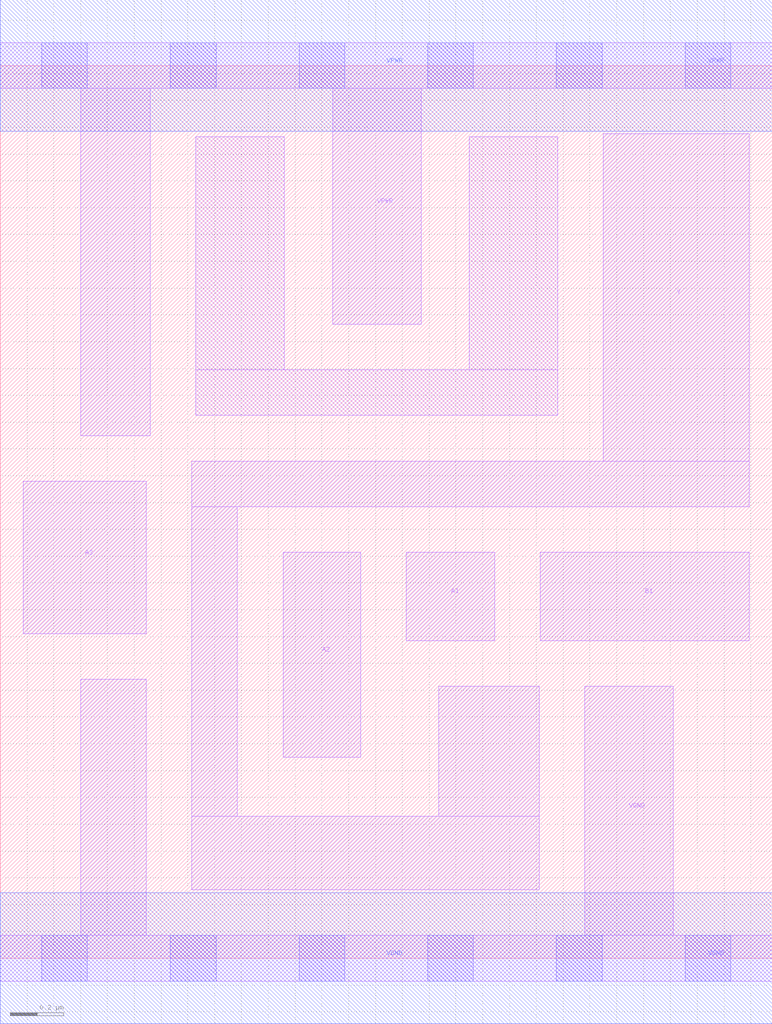
<source format=lef>
# Copyright 2020 The SkyWater PDK Authors
#
# Licensed under the Apache License, Version 2.0 (the "License");
# you may not use this file except in compliance with the License.
# You may obtain a copy of the License at
#
#     https://www.apache.org/licenses/LICENSE-2.0
#
# Unless required by applicable law or agreed to in writing, software
# distributed under the License is distributed on an "AS IS" BASIS,
# WITHOUT WARRANTIES OR CONDITIONS OF ANY KIND, either express or implied.
# See the License for the specific language governing permissions and
# limitations under the License.
#
# SPDX-License-Identifier: Apache-2.0

VERSION 5.7 ;
  NAMESCASESENSITIVE ON ;
  NOWIREEXTENSIONATPIN ON ;
  DIVIDERCHAR "/" ;
  BUSBITCHARS "[]" ;
UNITS
  DATABASE MICRONS 200 ;
END UNITS
MACRO sky130_fd_sc_lp__a31oi_1
  CLASS CORE ;
  SOURCE USER ;
  FOREIGN sky130_fd_sc_lp__a31oi_1 ;
  ORIGIN  0.000000  0.000000 ;
  SIZE  2.880000 BY  3.330000 ;
  SYMMETRY X Y R90 ;
  SITE unit ;
  PIN A1
    ANTENNAGATEAREA  0.315000 ;
    DIRECTION INPUT ;
    USE SIGNAL ;
    PORT
      LAYER li1 ;
        RECT 1.515000 1.185000 1.845000 1.515000 ;
    END
  END A1
  PIN A2
    ANTENNAGATEAREA  0.315000 ;
    DIRECTION INPUT ;
    USE SIGNAL ;
    PORT
      LAYER li1 ;
        RECT 1.055000 0.750000 1.345000 1.515000 ;
    END
  END A2
  PIN A3
    ANTENNAGATEAREA  0.315000 ;
    DIRECTION INPUT ;
    USE SIGNAL ;
    PORT
      LAYER li1 ;
        RECT 0.085000 1.210000 0.545000 1.780000 ;
    END
  END A3
  PIN B1
    ANTENNAGATEAREA  0.315000 ;
    DIRECTION INPUT ;
    USE SIGNAL ;
    PORT
      LAYER li1 ;
        RECT 2.015000 1.185000 2.795000 1.515000 ;
    END
  END B1
  PIN Y
    ANTENNADIFFAREA  0.762300 ;
    DIRECTION OUTPUT ;
    USE SIGNAL ;
    PORT
      LAYER li1 ;
        RECT 0.715000 0.255000 2.010000 0.530000 ;
        RECT 0.715000 0.530000 0.885000 1.685000 ;
        RECT 0.715000 1.685000 2.795000 1.855000 ;
        RECT 1.635000 0.530000 2.010000 1.015000 ;
        RECT 2.250000 1.855000 2.795000 3.075000 ;
    END
  END Y
  PIN VGND
    DIRECTION INOUT ;
    USE GROUND ;
    PORT
      LAYER li1 ;
        RECT 0.000000 -0.085000 2.880000 0.085000 ;
        RECT 0.300000  0.085000 0.545000 1.040000 ;
        RECT 2.180000  0.085000 2.510000 1.015000 ;
      LAYER mcon ;
        RECT 0.155000 -0.085000 0.325000 0.085000 ;
        RECT 0.635000 -0.085000 0.805000 0.085000 ;
        RECT 1.115000 -0.085000 1.285000 0.085000 ;
        RECT 1.595000 -0.085000 1.765000 0.085000 ;
        RECT 2.075000 -0.085000 2.245000 0.085000 ;
        RECT 2.555000 -0.085000 2.725000 0.085000 ;
      LAYER met1 ;
        RECT 0.000000 -0.245000 2.880000 0.245000 ;
    END
  END VGND
  PIN VPWR
    DIRECTION INOUT ;
    USE POWER ;
    PORT
      LAYER li1 ;
        RECT 0.000000 3.245000 2.880000 3.415000 ;
        RECT 0.300000 1.950000 0.560000 3.245000 ;
        RECT 1.240000 2.365000 1.570000 3.245000 ;
      LAYER mcon ;
        RECT 0.155000 3.245000 0.325000 3.415000 ;
        RECT 0.635000 3.245000 0.805000 3.415000 ;
        RECT 1.115000 3.245000 1.285000 3.415000 ;
        RECT 1.595000 3.245000 1.765000 3.415000 ;
        RECT 2.075000 3.245000 2.245000 3.415000 ;
        RECT 2.555000 3.245000 2.725000 3.415000 ;
      LAYER met1 ;
        RECT 0.000000 3.085000 2.880000 3.575000 ;
    END
  END VPWR
  OBS
    LAYER li1 ;
      RECT 0.730000 2.025000 2.080000 2.195000 ;
      RECT 0.730000 2.195000 1.060000 3.065000 ;
      RECT 1.750000 2.195000 2.080000 3.065000 ;
  END
END sky130_fd_sc_lp__a31oi_1

</source>
